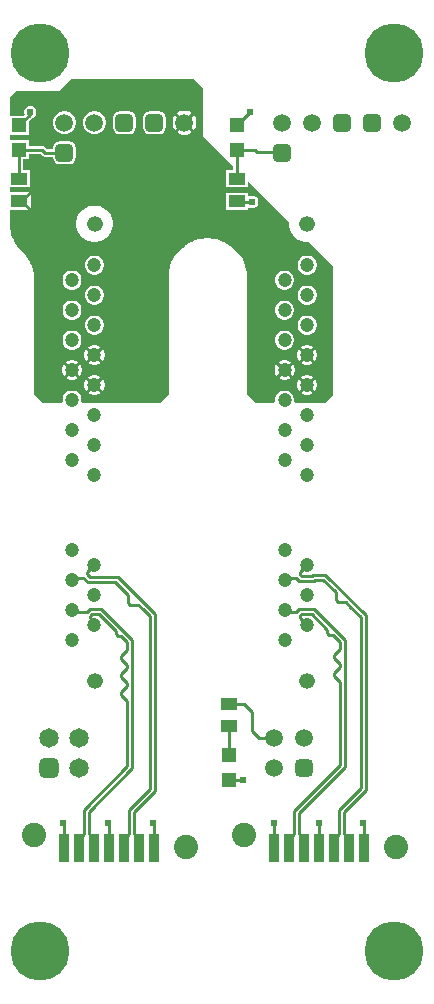
<source format=gbr>
G04*
G04 #@! TF.GenerationSoftware,Altium Limited,Altium Designer,22.11.1 (43)*
G04*
G04 Layer_Physical_Order=1*
G04 Layer_Color=255*
%FSLAX44Y44*%
%MOMM*%
G71*
G04*
G04 #@! TF.SameCoordinates,6BFD124F-6662-46D6-B746-139303AAAD4B*
G04*
G04*
G04 #@! TF.FilePolarity,Positive*
G04*
G01*
G75*
%ADD13R,1.4082X1.0065*%
%ADD14R,1.2000X1.2000*%
%ADD15R,0.9000X2.4000*%
%ADD18C,2.0500*%
%ADD28C,0.2202*%
%ADD29C,0.2540*%
%ADD30C,1.3400*%
%ADD31C,1.2000*%
%ADD32C,1.5000*%
G04:AMPARAMS|DCode=33|XSize=1.5mm|YSize=1.5mm|CornerRadius=0.375mm|HoleSize=0mm|Usage=FLASHONLY|Rotation=90.000|XOffset=0mm|YOffset=0mm|HoleType=Round|Shape=RoundedRectangle|*
%AMROUNDEDRECTD33*
21,1,1.5000,0.7500,0,0,90.0*
21,1,0.7500,1.5000,0,0,90.0*
1,1,0.7500,0.3750,0.3750*
1,1,0.7500,0.3750,-0.3750*
1,1,0.7500,-0.3750,-0.3750*
1,1,0.7500,-0.3750,0.3750*
%
%ADD33ROUNDEDRECTD33*%
G04:AMPARAMS|DCode=34|XSize=1.52mm|YSize=1.52mm|CornerRadius=0.38mm|HoleSize=0mm|Usage=FLASHONLY|Rotation=0.000|XOffset=0mm|YOffset=0mm|HoleType=Round|Shape=RoundedRectangle|*
%AMROUNDEDRECTD34*
21,1,1.5200,0.7600,0,0,0.0*
21,1,0.7600,1.5200,0,0,0.0*
1,1,0.7600,0.3800,-0.3800*
1,1,0.7600,-0.3800,-0.3800*
1,1,0.7600,-0.3800,0.3800*
1,1,0.7600,0.3800,0.3800*
%
%ADD34ROUNDEDRECTD34*%
%ADD35C,1.5200*%
G04:AMPARAMS|DCode=36|XSize=1.65mm|YSize=1.65mm|CornerRadius=0.4125mm|HoleSize=0mm|Usage=FLASHONLY|Rotation=270.000|XOffset=0mm|YOffset=0mm|HoleType=Round|Shape=RoundedRectangle|*
%AMROUNDEDRECTD36*
21,1,1.6500,0.8250,0,0,270.0*
21,1,0.8250,1.6500,0,0,270.0*
1,1,0.8250,-0.4125,-0.4125*
1,1,0.8250,-0.4125,0.4125*
1,1,0.8250,0.4125,0.4125*
1,1,0.8250,0.4125,-0.4125*
%
%ADD36ROUNDEDRECTD36*%
%ADD37C,1.6500*%
%ADD38C,5.0000*%
G04:AMPARAMS|DCode=39|XSize=1.52mm|YSize=1.52mm|CornerRadius=0.38mm|HoleSize=0mm|Usage=FLASHONLY|Rotation=90.000|XOffset=0mm|YOffset=0mm|HoleType=Round|Shape=RoundedRectangle|*
%AMROUNDEDRECTD39*
21,1,1.5200,0.7600,0,0,90.0*
21,1,0.7600,1.5200,0,0,90.0*
1,1,0.7600,0.3800,0.3800*
1,1,0.7600,0.3800,-0.3800*
1,1,0.7600,-0.3800,-0.3800*
1,1,0.7600,-0.3800,0.3800*
%
%ADD39ROUNDEDRECTD39*%
%ADD40C,0.6096*%
G36*
X822000Y1064000D02*
Y1024000D01*
X847533Y998467D01*
Y994473D01*
X841827D01*
Y980344D01*
X859973D01*
Y984368D01*
X861146Y984854D01*
X894886Y951114D01*
X894828Y950820D01*
Y947780D01*
X895421Y944799D01*
X896584Y941990D01*
X898273Y939463D01*
X900423Y937313D01*
X902950Y935624D01*
X905759Y934461D01*
X908740Y933868D01*
X911780D01*
X912074Y933926D01*
X932000Y914000D01*
Y804000D01*
X926000Y798000D01*
X899996D01*
X899223Y799008D01*
X899232Y799043D01*
Y801157D01*
X898685Y803200D01*
X897627Y805032D01*
X896132Y806527D01*
X894300Y807585D01*
X892257Y808132D01*
X890143D01*
X888100Y807585D01*
X886268Y806527D01*
X884773Y805032D01*
X883715Y803200D01*
X883168Y801157D01*
Y799043D01*
X883177Y799008D01*
X882404Y798000D01*
X866000D01*
X859059Y804941D01*
X859059Y905479D01*
X859059Y905479D01*
X859059Y907980D01*
X859000Y908276D01*
Y908577D01*
X858024Y913485D01*
X857909Y913763D01*
X857850Y914058D01*
X855935Y918681D01*
X855768Y918932D01*
X855653Y919210D01*
X852873Y923370D01*
X852660Y923583D01*
X852492Y923834D01*
X850723Y925602D01*
X848891Y927435D01*
X848890Y927435D01*
X847856Y928470D01*
X847729Y928554D01*
X847633Y928672D01*
X845370Y930529D01*
X845236Y930601D01*
X845129Y930708D01*
X842695Y932335D01*
X842554Y932393D01*
X842437Y932489D01*
X839855Y933869D01*
X839710Y933913D01*
X839584Y933998D01*
X836879Y935118D01*
X836730Y935148D01*
X836596Y935219D01*
X833794Y936069D01*
X833643Y936084D01*
X833503Y936142D01*
X830631Y936713D01*
X830480D01*
X830335Y936757D01*
X827421Y937044D01*
X827270Y937029D01*
X827121Y937059D01*
X825657Y937059D01*
X825657Y937059D01*
X824275Y937059D01*
X824126Y937029D01*
X823975Y937044D01*
X821223Y936773D01*
X821078Y936729D01*
X820926D01*
X818214Y936190D01*
X818074Y936132D01*
X817923Y936117D01*
X815277Y935314D01*
X815143Y935243D01*
X814995Y935213D01*
X812440Y934155D01*
X812314Y934071D01*
X812169Y934027D01*
X809730Y932723D01*
X809613Y932627D01*
X809473Y932569D01*
X807173Y931033D01*
X807066Y930925D01*
X806932Y930854D01*
X804795Y929100D01*
X804698Y928982D01*
X804572Y928898D01*
X803595Y927921D01*
X801277Y925602D01*
X801276Y925602D01*
X799508Y923833D01*
X799340Y923583D01*
X799127Y923370D01*
X796348Y919210D01*
X796232Y918931D01*
X796065Y918681D01*
X794150Y914058D01*
X794091Y913763D01*
X793976Y913484D01*
X793000Y908577D01*
Y908276D01*
X792941Y907981D01*
Y905479D01*
Y804941D01*
X786000Y798000D01*
X719996D01*
X719223Y799008D01*
X719232Y799043D01*
Y801157D01*
X718685Y803200D01*
X717627Y805032D01*
X716132Y806527D01*
X714300Y807585D01*
X712257Y808132D01*
X710143D01*
X708100Y807585D01*
X706268Y806527D01*
X704773Y805032D01*
X703715Y803200D01*
X703168Y801157D01*
Y799043D01*
X703177Y799008D01*
X702404Y798000D01*
X686000D01*
X679059Y804941D01*
X679059Y902000D01*
X679051Y902037D01*
X679058Y902075D01*
X679021Y903579D01*
X678996Y903691D01*
X679007Y903804D01*
X678712Y906799D01*
X678668Y906944D01*
Y907095D01*
X678081Y910046D01*
X678023Y910187D01*
X678008Y910338D01*
X677135Y913217D01*
X677063Y913351D01*
X677033Y913500D01*
X675882Y916280D01*
X675798Y916406D01*
X675754Y916551D01*
X674335Y919204D01*
X674239Y919322D01*
X674181Y919462D01*
X672509Y921964D01*
X672402Y922071D01*
X672331Y922205D01*
X670422Y924531D01*
X670334Y924603D01*
X670273Y924699D01*
X669235Y925789D01*
X669204Y925811D01*
X669183Y925843D01*
X667143Y927882D01*
X667143Y927883D01*
X666184Y928841D01*
X664464Y930938D01*
X662957Y933193D01*
X661678Y935584D01*
X660641Y938090D01*
X659854Y940685D01*
X659324Y943345D01*
X659059Y946044D01*
X659059Y947400D01*
Y960819D01*
X674535D01*
X667860Y967493D01*
X668759Y968391D01*
X667860Y969289D01*
X674535Y975964D01*
X659059D01*
Y980344D01*
X675823D01*
Y994473D01*
X670117D01*
Y1003818D01*
X674782D01*
Y1008633D01*
X684605D01*
X685969Y1007269D01*
X687062Y1006540D01*
X688350Y1006283D01*
X695104D01*
Y1005850D01*
X695556Y1003575D01*
X696845Y1001645D01*
X698774Y1000356D01*
X701050Y999904D01*
X708650D01*
X710926Y1000356D01*
X712855Y1001645D01*
X714144Y1003575D01*
X714596Y1005850D01*
Y1013450D01*
X714144Y1015725D01*
X712855Y1017655D01*
X710926Y1018944D01*
X708650Y1019396D01*
X701050D01*
X698774Y1018944D01*
X696845Y1017655D01*
X695556Y1015725D01*
X695104Y1013450D01*
Y1013017D01*
X689744D01*
X688381Y1014381D01*
X687288Y1015110D01*
X686000Y1015367D01*
X674782D01*
Y1019882D01*
X659059D01*
Y1024818D01*
X674782D01*
Y1036121D01*
X677700Y1039039D01*
X677854Y1039269D01*
X678878Y1039693D01*
X680307Y1041122D01*
X681080Y1042990D01*
Y1045011D01*
X680307Y1046878D01*
X678878Y1048307D01*
X677010Y1049080D01*
X674989D01*
X673122Y1048307D01*
X671693Y1046878D01*
X670920Y1045011D01*
Y1042990D01*
X671274Y1042135D01*
X670021Y1040882D01*
X659059D01*
Y1057059D01*
X664000Y1062000D01*
X679148D01*
X684000Y1061618D01*
X688852Y1062000D01*
X700000D01*
X710000Y1072000D01*
X814000D01*
X822000Y1064000D01*
D02*
G37*
%LPC*%
G36*
X807785Y1045190D02*
X805115D01*
X802536Y1044499D01*
X800224Y1043164D01*
X800178Y1043118D01*
X806450Y1036846D01*
X812722Y1043118D01*
X812676Y1043164D01*
X810364Y1044499D01*
X807785Y1045190D01*
D02*
G37*
G36*
X814518Y1041322D02*
X808246Y1035050D01*
X814518Y1028778D01*
X814564Y1028824D01*
X815899Y1031136D01*
X816590Y1033715D01*
Y1036385D01*
X815899Y1038964D01*
X814564Y1041276D01*
X814518Y1041322D01*
D02*
G37*
G36*
X798382Y1041322D02*
X798336Y1041276D01*
X797001Y1038964D01*
X796310Y1036385D01*
Y1033715D01*
X797001Y1031136D01*
X798336Y1028824D01*
X798382Y1028778D01*
X804654Y1035050D01*
X798382Y1041322D01*
D02*
G37*
G36*
X731518Y1044682D02*
X728982D01*
X726532Y1044026D01*
X724336Y1042757D01*
X722542Y1040964D01*
X721274Y1038768D01*
X720618Y1036318D01*
Y1033782D01*
X721274Y1031332D01*
X722542Y1029136D01*
X724336Y1027343D01*
X726532Y1026074D01*
X728982Y1025418D01*
X731518D01*
X733968Y1026074D01*
X736164Y1027343D01*
X737958Y1029136D01*
X739226Y1031332D01*
X739882Y1033782D01*
Y1036318D01*
X739226Y1038768D01*
X737958Y1040964D01*
X736164Y1042757D01*
X733968Y1044026D01*
X731518Y1044682D01*
D02*
G37*
G36*
X706118D02*
X703582D01*
X701132Y1044026D01*
X698936Y1042757D01*
X697142Y1040964D01*
X695874Y1038768D01*
X695218Y1036318D01*
Y1033782D01*
X695874Y1031332D01*
X697142Y1029136D01*
X698936Y1027343D01*
X701132Y1026074D01*
X703582Y1025418D01*
X706118D01*
X708568Y1026074D01*
X710764Y1027343D01*
X712558Y1029136D01*
X713826Y1031332D01*
X714482Y1033782D01*
Y1036318D01*
X713826Y1038768D01*
X712558Y1040964D01*
X710764Y1042757D01*
X708568Y1044026D01*
X706118Y1044682D01*
D02*
G37*
G36*
X784850Y1044796D02*
X777250D01*
X774975Y1044344D01*
X773045Y1043055D01*
X771756Y1041125D01*
X771304Y1038850D01*
Y1031250D01*
X771756Y1028975D01*
X773045Y1027045D01*
X774975Y1025756D01*
X777250Y1025304D01*
X784850D01*
X787125Y1025756D01*
X789055Y1027045D01*
X790344Y1028975D01*
X790796Y1031250D01*
Y1038850D01*
X790344Y1041125D01*
X789055Y1043055D01*
X787125Y1044344D01*
X784850Y1044796D01*
D02*
G37*
G36*
X759450D02*
X751850D01*
X749575Y1044344D01*
X747645Y1043055D01*
X746356Y1041125D01*
X745904Y1038850D01*
Y1031250D01*
X746356Y1028975D01*
X747645Y1027045D01*
X749575Y1025756D01*
X751850Y1025304D01*
X759450D01*
X761725Y1025756D01*
X763655Y1027045D01*
X764944Y1028975D01*
X765396Y1031250D01*
Y1038850D01*
X764944Y1041125D01*
X763655Y1043055D01*
X761725Y1044344D01*
X759450Y1044796D01*
D02*
G37*
G36*
X806450Y1033254D02*
X800178Y1026982D01*
X800224Y1026936D01*
X802536Y1025601D01*
X805115Y1024910D01*
X807785D01*
X810364Y1025601D01*
X812676Y1026936D01*
X812722Y1026982D01*
X806450Y1033254D01*
D02*
G37*
G36*
X859973Y975456D02*
X841827D01*
Y961327D01*
X859973D01*
Y963047D01*
X860655Y963430D01*
X861243Y963643D01*
X862990Y962920D01*
X865011D01*
X866878Y963693D01*
X868307Y965122D01*
X869080Y966990D01*
Y969010D01*
X868307Y970878D01*
X866878Y972307D01*
X865011Y973080D01*
X862990D01*
X861243Y972357D01*
X860655Y972570D01*
X859973Y972953D01*
Y975456D01*
D02*
G37*
G36*
X676331Y974168D02*
X670555Y968391D01*
X676331Y962615D01*
Y974168D01*
D02*
G37*
G36*
X731780Y964732D02*
X728740D01*
X725759Y964139D01*
X722950Y962976D01*
X720423Y961287D01*
X718273Y959137D01*
X716584Y956610D01*
X715421Y953801D01*
X714828Y950820D01*
Y947780D01*
X715421Y944799D01*
X716584Y941990D01*
X718273Y939463D01*
X720423Y937313D01*
X722950Y935624D01*
X725759Y934461D01*
X728740Y933868D01*
X731780D01*
X734761Y934461D01*
X737570Y935624D01*
X740097Y937313D01*
X742247Y939463D01*
X743936Y941990D01*
X745099Y944799D01*
X745692Y947780D01*
Y950820D01*
X745099Y953801D01*
X743936Y956610D01*
X742247Y959137D01*
X740097Y961287D01*
X737570Y962976D01*
X734761Y964139D01*
X731780Y964732D01*
D02*
G37*
G36*
X911307Y922432D02*
X909193D01*
X907150Y921885D01*
X905318Y920827D01*
X903823Y919332D01*
X902765Y917500D01*
X902218Y915457D01*
Y913343D01*
X902765Y911300D01*
X903823Y909468D01*
X905318Y907973D01*
X907150Y906915D01*
X909193Y906368D01*
X911307D01*
X913350Y906915D01*
X915182Y907973D01*
X916677Y909468D01*
X917735Y911300D01*
X918282Y913343D01*
Y915457D01*
X917735Y917500D01*
X916677Y919332D01*
X915182Y920827D01*
X913350Y921885D01*
X911307Y922432D01*
D02*
G37*
G36*
X731307D02*
X729193D01*
X727150Y921885D01*
X725318Y920827D01*
X723823Y919332D01*
X722765Y917500D01*
X722218Y915457D01*
Y913343D01*
X722765Y911300D01*
X723823Y909468D01*
X725318Y907973D01*
X727150Y906915D01*
X729193Y906368D01*
X731307D01*
X733350Y906915D01*
X735182Y907973D01*
X736677Y909468D01*
X737735Y911300D01*
X738282Y913343D01*
Y915457D01*
X737735Y917500D01*
X736677Y919332D01*
X735182Y920827D01*
X733350Y921885D01*
X731307Y922432D01*
D02*
G37*
G36*
X892257Y909732D02*
X890143D01*
X888100Y909185D01*
X886268Y908127D01*
X884773Y906632D01*
X883715Y904800D01*
X883168Y902757D01*
Y900643D01*
X883715Y898600D01*
X884773Y896768D01*
X886268Y895273D01*
X888100Y894215D01*
X890143Y893668D01*
X892257D01*
X894300Y894215D01*
X896132Y895273D01*
X897627Y896768D01*
X898685Y898600D01*
X899232Y900643D01*
Y902757D01*
X898685Y904800D01*
X897627Y906632D01*
X896132Y908127D01*
X894300Y909185D01*
X892257Y909732D01*
D02*
G37*
G36*
X712257D02*
X710143D01*
X708100Y909185D01*
X706268Y908127D01*
X704773Y906632D01*
X703715Y904800D01*
X703168Y902757D01*
Y900643D01*
X703715Y898600D01*
X704773Y896768D01*
X706268Y895273D01*
X708100Y894215D01*
X710143Y893668D01*
X712257D01*
X714300Y894215D01*
X716132Y895273D01*
X717627Y896768D01*
X718685Y898600D01*
X719232Y900643D01*
Y902757D01*
X718685Y904800D01*
X717627Y906632D01*
X716132Y908127D01*
X714300Y909185D01*
X712257Y909732D01*
D02*
G37*
G36*
X911307Y897032D02*
X909193D01*
X907150Y896485D01*
X905318Y895427D01*
X903823Y893932D01*
X902765Y892100D01*
X902218Y890057D01*
Y887943D01*
X902765Y885900D01*
X903823Y884068D01*
X905318Y882573D01*
X907150Y881515D01*
X909193Y880968D01*
X911307D01*
X913350Y881515D01*
X915182Y882573D01*
X916677Y884068D01*
X917735Y885900D01*
X918282Y887943D01*
Y890057D01*
X917735Y892100D01*
X916677Y893932D01*
X915182Y895427D01*
X913350Y896485D01*
X911307Y897032D01*
D02*
G37*
G36*
X731307D02*
X729193D01*
X727150Y896485D01*
X725318Y895427D01*
X723823Y893932D01*
X722765Y892100D01*
X722218Y890057D01*
Y887943D01*
X722765Y885900D01*
X723823Y884068D01*
X725318Y882573D01*
X727150Y881515D01*
X729193Y880968D01*
X731307D01*
X733350Y881515D01*
X735182Y882573D01*
X736677Y884068D01*
X737735Y885900D01*
X738282Y887943D01*
Y890057D01*
X737735Y892100D01*
X736677Y893932D01*
X735182Y895427D01*
X733350Y896485D01*
X731307Y897032D01*
D02*
G37*
G36*
X892257Y884342D02*
X890143D01*
X888100Y883795D01*
X886268Y882737D01*
X884773Y881242D01*
X883715Y879410D01*
X883168Y877367D01*
Y875253D01*
X883715Y873210D01*
X884773Y871378D01*
X886268Y869883D01*
X888100Y868825D01*
X890143Y868278D01*
X892257D01*
X894300Y868825D01*
X896132Y869883D01*
X897627Y871378D01*
X898685Y873210D01*
X899232Y875253D01*
Y877367D01*
X898685Y879410D01*
X897627Y881242D01*
X896132Y882737D01*
X894300Y883795D01*
X892257Y884342D01*
D02*
G37*
G36*
X712257D02*
X710143D01*
X708100Y883795D01*
X706268Y882737D01*
X704773Y881242D01*
X703715Y879410D01*
X703168Y877367D01*
Y875253D01*
X703715Y873210D01*
X704773Y871378D01*
X706268Y869883D01*
X708100Y868825D01*
X710143Y868278D01*
X712257D01*
X714300Y868825D01*
X716132Y869883D01*
X717627Y871378D01*
X718685Y873210D01*
X719232Y875253D01*
Y877367D01*
X718685Y879410D01*
X717627Y881242D01*
X716132Y882737D01*
X714300Y883795D01*
X712257Y884342D01*
D02*
G37*
G36*
X911307Y871632D02*
X909193D01*
X907150Y871085D01*
X905318Y870027D01*
X903823Y868532D01*
X902765Y866700D01*
X902218Y864657D01*
Y862543D01*
X902765Y860500D01*
X903823Y858668D01*
X905318Y857173D01*
X907150Y856115D01*
X909193Y855568D01*
X911307D01*
X913350Y856115D01*
X915182Y857173D01*
X916677Y858668D01*
X917735Y860500D01*
X918282Y862543D01*
Y864657D01*
X917735Y866700D01*
X916677Y868532D01*
X915182Y870027D01*
X913350Y871085D01*
X911307Y871632D01*
D02*
G37*
G36*
X731307D02*
X729193D01*
X727150Y871085D01*
X725318Y870027D01*
X723823Y868532D01*
X722765Y866700D01*
X722218Y864657D01*
Y862543D01*
X722765Y860500D01*
X723823Y858668D01*
X725318Y857173D01*
X727150Y856115D01*
X729193Y855568D01*
X731307D01*
X733350Y856115D01*
X735182Y857173D01*
X736677Y858668D01*
X737735Y860500D01*
X738282Y862543D01*
Y864657D01*
X737735Y866700D01*
X736677Y868532D01*
X735182Y870027D01*
X733350Y871085D01*
X731307Y871632D01*
D02*
G37*
G36*
X892257Y858932D02*
X890143D01*
X888100Y858385D01*
X886268Y857327D01*
X884773Y855832D01*
X883715Y854000D01*
X883168Y851957D01*
Y849843D01*
X883715Y847800D01*
X884773Y845968D01*
X886268Y844473D01*
X888100Y843415D01*
X890143Y842868D01*
X892257D01*
X894300Y843415D01*
X896132Y844473D01*
X897627Y845968D01*
X898685Y847800D01*
X899232Y849843D01*
Y851957D01*
X898685Y854000D01*
X897627Y855832D01*
X896132Y857327D01*
X894300Y858385D01*
X892257Y858932D01*
D02*
G37*
G36*
X712257D02*
X710143D01*
X708100Y858385D01*
X706268Y857327D01*
X704773Y855832D01*
X703715Y854000D01*
X703168Y851957D01*
Y849843D01*
X703715Y847800D01*
X704773Y845968D01*
X706268Y844473D01*
X708100Y843415D01*
X710143Y842868D01*
X712257D01*
X714300Y843415D01*
X716132Y844473D01*
X717627Y845968D01*
X718685Y847800D01*
X719232Y849843D01*
Y851957D01*
X718685Y854000D01*
X717627Y855832D01*
X716132Y857327D01*
X714300Y858385D01*
X712257Y858932D01*
D02*
G37*
G36*
X731374Y846740D02*
X729126D01*
X726954Y846158D01*
X725137Y845109D01*
X730250Y839996D01*
X735363Y845109D01*
X733546Y846158D01*
X731374Y846740D01*
D02*
G37*
G36*
X911374D02*
X909126D01*
X906954Y846158D01*
X905137Y845109D01*
X910250Y839996D01*
X915363Y845109D01*
X913546Y846158D01*
X911374Y846740D01*
D02*
G37*
G36*
X723341Y843313D02*
X722292Y841496D01*
X721710Y839324D01*
Y837076D01*
X722292Y834904D01*
X723341Y833087D01*
X728454Y838200D01*
X723341Y843313D01*
D02*
G37*
G36*
X737159D02*
X732046Y838200D01*
X737159Y833087D01*
X738208Y834904D01*
X738790Y837076D01*
Y839324D01*
X738208Y841496D01*
X737159Y843313D01*
D02*
G37*
G36*
X917159Y843313D02*
X912046Y838200D01*
X917159Y833087D01*
X918208Y834904D01*
X918790Y837076D01*
Y839324D01*
X918208Y841496D01*
X917159Y843313D01*
D02*
G37*
G36*
X903341Y843313D02*
X902292Y841496D01*
X901710Y839324D01*
Y837076D01*
X902292Y834904D01*
X903341Y833087D01*
X908454Y838200D01*
X903341Y843313D01*
D02*
G37*
G36*
X910250Y836404D02*
X905137Y831291D01*
X906954Y830242D01*
X909126Y829660D01*
X911374D01*
X913546Y830242D01*
X915363Y831291D01*
X910250Y836404D01*
D02*
G37*
G36*
X730250Y836404D02*
X725137Y831291D01*
X726954Y830242D01*
X729126Y829660D01*
X731374D01*
X733546Y830242D01*
X735363Y831291D01*
X730250Y836404D01*
D02*
G37*
G36*
X712324Y834040D02*
X710076D01*
X707904Y833458D01*
X706087Y832409D01*
X711200Y827296D01*
X716313Y832409D01*
X714496Y833458D01*
X712324Y834040D01*
D02*
G37*
G36*
X892324D02*
X890076D01*
X887904Y833458D01*
X886087Y832409D01*
X891200Y827296D01*
X896313Y832409D01*
X894496Y833458D01*
X892324Y834040D01*
D02*
G37*
G36*
X704291Y830613D02*
X703242Y828796D01*
X702660Y826624D01*
Y824376D01*
X703242Y822204D01*
X704291Y820387D01*
X709404Y825500D01*
X704291Y830613D01*
D02*
G37*
G36*
X718109D02*
X712996Y825500D01*
X718109Y820387D01*
X719158Y822204D01*
X719740Y824376D01*
Y826624D01*
X719158Y828796D01*
X718109Y830613D01*
D02*
G37*
G36*
X898109Y830613D02*
X892996Y825500D01*
X898109Y820387D01*
X899158Y822204D01*
X899740Y824376D01*
Y826624D01*
X899158Y828796D01*
X898109Y830613D01*
D02*
G37*
G36*
X884291Y830613D02*
X883242Y828796D01*
X882660Y826624D01*
Y824376D01*
X883242Y822204D01*
X884291Y820387D01*
X889404Y825500D01*
X884291Y830613D01*
D02*
G37*
G36*
X891200Y823704D02*
X886087Y818591D01*
X887904Y817542D01*
X890076Y816960D01*
X892324D01*
X894496Y817542D01*
X896313Y818591D01*
X891200Y823704D01*
D02*
G37*
G36*
X711200Y823704D02*
X706087Y818591D01*
X707904Y817542D01*
X710076Y816960D01*
X712324D01*
X714496Y817542D01*
X716313Y818591D01*
X711200Y823704D01*
D02*
G37*
G36*
X731374Y821340D02*
X729126D01*
X726954Y820758D01*
X725137Y819709D01*
X730250Y814596D01*
X735363Y819709D01*
X733546Y820758D01*
X731374Y821340D01*
D02*
G37*
G36*
X911374D02*
X909126D01*
X906954Y820758D01*
X905137Y819709D01*
X910250Y814596D01*
X915363Y819709D01*
X913546Y820758D01*
X911374Y821340D01*
D02*
G37*
G36*
X723341Y817913D02*
X722292Y816096D01*
X721710Y813924D01*
Y811676D01*
X722292Y809504D01*
X723341Y807687D01*
X728454Y812800D01*
X723341Y817913D01*
D02*
G37*
G36*
X737159D02*
X732046Y812800D01*
X737159Y807687D01*
X738208Y809504D01*
X738790Y811676D01*
Y813924D01*
X738208Y816096D01*
X737159Y817913D01*
D02*
G37*
G36*
X917159Y817913D02*
X912046Y812800D01*
X917159Y807687D01*
X918208Y809504D01*
X918790Y811676D01*
Y813924D01*
X918208Y816096D01*
X917159Y817913D01*
D02*
G37*
G36*
X903341Y817913D02*
X902292Y816096D01*
X901710Y813924D01*
Y811676D01*
X902292Y809504D01*
X903341Y807687D01*
X908454Y812800D01*
X903341Y817913D01*
D02*
G37*
G36*
X910250Y811004D02*
X905137Y805891D01*
X906954Y804842D01*
X909126Y804260D01*
X911374D01*
X913546Y804842D01*
X915363Y805891D01*
X910250Y811004D01*
D02*
G37*
G36*
X730250Y811004D02*
X725137Y805891D01*
X726954Y804842D01*
X729126Y804260D01*
X731374D01*
X733546Y804842D01*
X735363Y805891D01*
X730250Y811004D01*
D02*
G37*
%LPD*%
D13*
X850900Y968391D02*
D03*
Y987409D02*
D03*
X844550Y542909D02*
D03*
Y523891D02*
D03*
X666750Y968391D02*
D03*
Y987409D02*
D03*
D14*
X850900Y1011850D02*
D03*
Y1032850D02*
D03*
X844550Y499450D02*
D03*
Y478450D02*
D03*
X666750Y1011850D02*
D03*
Y1032850D02*
D03*
D15*
X958050Y420800D02*
D03*
X945350D02*
D03*
X932650D02*
D03*
X919950D02*
D03*
X907250D02*
D03*
X894550D02*
D03*
X881850D02*
D03*
X780250D02*
D03*
X767550D02*
D03*
X754850D02*
D03*
X742150D02*
D03*
X729450D02*
D03*
X716750D02*
D03*
X704050D02*
D03*
D18*
X857250Y431800D02*
D03*
X985550Y421800D02*
D03*
X679450Y431800D02*
D03*
X807750Y421800D02*
D03*
D28*
X932110Y600897D02*
X933503Y599503D01*
X929078Y600897D02*
X932110D01*
X927282Y602693D02*
X929078Y600897D01*
X927282Y602693D02*
Y605725D01*
X926503Y606503D02*
X927282Y605725D01*
X933503Y599503D02*
X937766Y595241D01*
X914103Y618903D02*
X926503Y606503D01*
X937766Y589041D02*
Y591527D01*
X932686Y583961D02*
X937766Y589041D01*
X932686Y581421D02*
Y583961D01*
Y581421D02*
X937766Y576341D01*
Y573801D02*
Y576341D01*
X932686Y568721D02*
X937766Y573801D01*
X932686Y566181D02*
Y568721D01*
Y566181D02*
X937766Y561101D01*
Y560000D02*
Y561101D01*
Y591527D02*
Y595241D01*
Y491228D02*
Y560000D01*
X943138Y628862D02*
X947000Y625000D01*
X936575Y628862D02*
X943138D01*
X934779Y630658D02*
X936575Y628862D01*
X934779Y630658D02*
Y637221D01*
X934000Y638000D02*
X934779Y637221D01*
X947000Y625000D02*
X956000Y616000D01*
X924000Y648000D02*
X934000Y638000D01*
X956000Y471988D02*
Y616000D01*
X752872Y600135D02*
X755114Y597893D01*
X750078Y600135D02*
X752872D01*
X748282Y601931D02*
X750078Y600135D01*
X748282Y601931D02*
Y604725D01*
X747503Y605503D02*
X748282Y604725D01*
X745935Y607072D02*
X747503Y605503D01*
X734103Y618903D02*
X745935Y607072D01*
X757766Y588281D02*
Y592691D01*
X752686Y583201D02*
X757766Y588281D01*
X752686Y580661D02*
Y583201D01*
Y580661D02*
X757766Y575581D01*
Y573041D02*
Y575581D01*
X752686Y567961D02*
X757766Y573041D01*
X752686Y565421D02*
Y567961D01*
Y565421D02*
X757766Y560341D01*
Y557801D02*
Y560341D01*
X752686Y552721D02*
X757766Y557801D01*
X752686Y550181D02*
Y552721D01*
Y550181D02*
X757766Y545101D01*
Y544000D02*
Y545101D01*
Y592691D02*
Y595241D01*
Y490128D02*
Y544000D01*
X755114Y597893D02*
X757766Y595241D01*
X767138Y626862D02*
X771000Y623000D01*
X760575Y626862D02*
X767138D01*
X758779Y628658D02*
X760575Y626862D01*
X758779Y628658D02*
Y635221D01*
X758000Y636000D02*
X758779Y635221D01*
X771000Y623000D02*
X777006Y616994D01*
X748000Y646000D02*
X758000Y636000D01*
X777006Y470994D02*
Y616994D01*
X735857Y623138D02*
X762000Y596995D01*
Y488374D02*
Y596995D01*
X725217Y451591D02*
X762000Y488374D01*
X720983Y453345D02*
X757766Y490128D01*
X725217Y432533D02*
Y451591D01*
X720983Y432533D02*
Y453345D01*
X903600Y646872D02*
X915857D01*
X916985Y648000D01*
X900898Y649575D02*
X903600Y646872D01*
X893075Y649575D02*
X900898D01*
X891200Y647700D02*
X893075Y649575D01*
X916985Y648000D02*
X924000D01*
X904063Y654223D02*
X910250Y660410D01*
X904063Y652398D02*
Y654223D01*
X905354Y651107D02*
X914103D01*
X915231Y652234D01*
X925754D01*
X904063Y652398D02*
X905354Y651107D01*
X925754Y652234D02*
X960234Y617754D01*
Y470234D02*
Y617754D01*
X941117Y451117D02*
X960234Y470234D01*
X936883Y452871D02*
X956000Y471988D01*
X941117Y432533D02*
Y451117D01*
X945350Y420800D02*
Y428300D01*
X932650D02*
X936883Y432533D01*
Y452871D01*
X941117Y432533D02*
X945350Y428300D01*
X932650Y420800D02*
Y428300D01*
X724473Y646000D02*
X748000D01*
X724063Y652398D02*
X726227Y650234D01*
X711200Y647700D02*
X713075Y649575D01*
X726227Y650234D02*
X749754D01*
X720898Y649575D02*
X724473Y646000D01*
X713075Y649575D02*
X720898D01*
X724063Y654223D02*
X730250Y660410D01*
X724063Y652398D02*
Y654223D01*
X749754Y650234D02*
X781240Y618748D01*
Y469240D02*
Y618748D01*
X763317Y451317D02*
X781240Y469240D01*
X723703Y620607D02*
X726234Y623138D01*
X727987Y618903D02*
X734103D01*
X726234Y623138D02*
X735857D01*
X726697Y617613D02*
X727987Y618903D01*
X730250Y609600D02*
Y612236D01*
X711200Y622300D02*
X712893Y620607D01*
X726697Y615789D02*
Y617613D01*
Y615789D02*
X730250Y612236D01*
X712893Y620607D02*
X723703D01*
X767550Y420800D02*
Y428300D01*
X763317Y432533D02*
X767550Y428300D01*
X763317Y432533D02*
Y451317D01*
X759083Y453071D02*
X777006Y470994D01*
X759083Y432533D02*
Y453071D01*
X754850Y420800D02*
Y428300D01*
X759083Y432533D01*
X903017Y450491D02*
X942000Y489474D01*
Y596995D01*
X903017Y432533D02*
Y450491D01*
X898783Y452245D02*
X937766Y491228D01*
X898783Y432533D02*
Y452245D01*
X893075Y620425D02*
X900891D01*
X903603Y623138D01*
X904064Y617610D02*
X905357Y618903D01*
X904064Y615786D02*
Y617610D01*
Y615786D02*
X910250Y609600D01*
X905357Y618903D02*
X914103D01*
X903603Y623138D02*
X915857D01*
X942000Y596995D01*
X891200Y622300D02*
X893075Y620425D01*
X903017Y432533D02*
X907250Y428300D01*
X894550D02*
X898783Y432533D01*
X907250Y420800D02*
Y428300D01*
X894550Y420800D02*
Y428300D01*
X725217Y432533D02*
X729450Y428300D01*
Y420800D02*
Y428300D01*
X716750D02*
X720983Y432533D01*
X716750Y420800D02*
Y428300D01*
D29*
X850900Y1032850D02*
X862000Y1043950D01*
Y1044000D01*
X666750Y1032850D02*
X675320Y1041420D01*
Y1043320D02*
X676000Y1044000D01*
X675320Y1041420D02*
Y1043320D01*
X851291Y968000D02*
X864000D01*
X672750Y1011850D02*
X672900Y1012000D01*
X686000D01*
X666750Y1011850D02*
X672750D01*
X688350Y1009650D02*
X704850D01*
X686000Y1012000D02*
X688350Y1009650D01*
X868000Y1010000D02*
X888650D01*
X889000Y1009650D01*
X850900Y1011850D02*
X866150D01*
X868000Y1010000D01*
X666750Y987409D02*
Y1011850D01*
X850900Y968391D02*
X851291Y968000D01*
X850900Y987409D02*
Y1011850D01*
X855550Y478450D02*
X856000Y478000D01*
X844550Y478450D02*
X855550D01*
X864000Y520000D02*
X869650Y514350D01*
X882650D01*
X864000Y520000D02*
Y536000D01*
X857091Y542909D02*
X864000Y536000D01*
X844550Y542909D02*
X857091D01*
X844550Y499450D02*
Y523891D01*
X958000Y442000D02*
X958050Y441950D01*
Y420800D02*
Y441950D01*
X919950Y441950D02*
X920000Y442000D01*
X919950Y420800D02*
Y441950D01*
X882000Y432950D02*
Y442000D01*
X881850Y432800D02*
X882000Y432950D01*
X881850Y420800D02*
Y432800D01*
X780000Y442000D02*
X780250Y441750D01*
Y420800D02*
Y441750D01*
X742000Y442000D02*
X742150Y441850D01*
Y420800D02*
Y441850D01*
X704050Y420800D02*
Y441950D01*
X704000Y442000D02*
X704050Y441950D01*
D30*
X910260Y949300D02*
D03*
Y562000D02*
D03*
X730260Y949300D02*
D03*
Y562000D02*
D03*
D31*
X891200Y673100D02*
D03*
X910250Y660410D02*
D03*
X891200Y647700D02*
D03*
X910250Y635000D02*
D03*
X891200Y622300D02*
D03*
X910250Y609600D02*
D03*
X891200Y596900D02*
D03*
X910250Y914400D02*
D03*
X891200Y901700D02*
D03*
X910250Y889000D02*
D03*
X891200Y876310D02*
D03*
X910250Y863600D02*
D03*
X891200Y850900D02*
D03*
X910250Y838200D02*
D03*
X891200Y825500D02*
D03*
X910250Y812800D02*
D03*
X891200Y800100D02*
D03*
X910250Y787400D02*
D03*
X891200Y774700D02*
D03*
X910250Y762000D02*
D03*
X891200Y749300D02*
D03*
X910250Y736600D02*
D03*
X711200Y673100D02*
D03*
X730250Y660410D02*
D03*
X711200Y647700D02*
D03*
X730250Y635000D02*
D03*
X711200Y622300D02*
D03*
X730250Y609600D02*
D03*
X711200Y596900D02*
D03*
X730250Y914400D02*
D03*
X711200Y901700D02*
D03*
X730250Y889000D02*
D03*
X711200Y876310D02*
D03*
X730250Y863600D02*
D03*
X711200Y850900D02*
D03*
X730250Y838200D02*
D03*
X711200Y825500D02*
D03*
X730250Y812800D02*
D03*
X711200Y800100D02*
D03*
X730250Y787400D02*
D03*
X711200Y774700D02*
D03*
X730250Y762000D02*
D03*
X711200Y749300D02*
D03*
X730250Y736600D02*
D03*
D32*
X882650Y514350D02*
D03*
X908050D02*
D03*
X882650Y488950D02*
D03*
D33*
X908050D02*
D03*
D34*
X781050Y1035050D02*
D03*
X965200D02*
D03*
X755650D02*
D03*
X939800D02*
D03*
D35*
X806450D02*
D03*
X990600D02*
D03*
X704850D02*
D03*
X730250D02*
D03*
X889000D02*
D03*
X914400D02*
D03*
D36*
X692150Y488950D02*
D03*
D37*
X717550D02*
D03*
X692150Y514350D02*
D03*
X717550D02*
D03*
D38*
X684000Y1094000D02*
D03*
X984000D02*
D03*
Y334000D02*
D03*
X684000D02*
D03*
D39*
X704850Y1009650D02*
D03*
X889000D02*
D03*
D40*
X862000Y1044000D02*
D03*
X676000D02*
D03*
X864000Y968000D02*
D03*
X856000Y478000D02*
D03*
X958000Y442000D02*
D03*
X920000D02*
D03*
X882000D02*
D03*
X780000D02*
D03*
X742000D02*
D03*
X704000D02*
D03*
M02*

</source>
